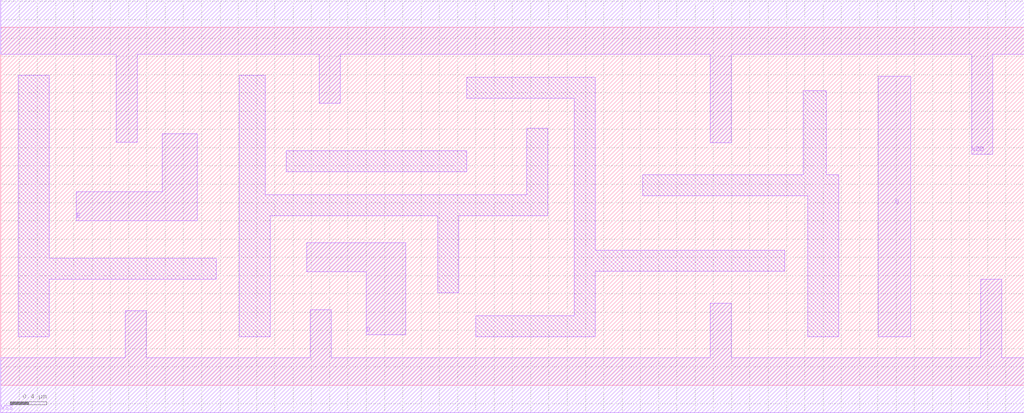
<source format=lef>
# Copyright 2022 GlobalFoundries PDK Authors
#
# Licensed under the Apache License, Version 2.0 (the "License");
# you may not use this file except in compliance with the License.
# You may obtain a copy of the License at
#
#      http://www.apache.org/licenses/LICENSE-2.0
#
# Unless required by applicable law or agreed to in writing, software
# distributed under the License is distributed on an "AS IS" BASIS,
# WITHOUT WARRANTIES OR CONDITIONS OF ANY KIND, either express or implied.
# See the License for the specific language governing permissions and
# limitations under the License.

MACRO gf180mcu_fd_sc_mcu7t5v0__latq_1
  CLASS core ;
  FOREIGN gf180mcu_fd_sc_mcu7t5v0__latq_1 0.0 0.0 ;
  ORIGIN 0 0 ;
  SYMMETRY X Y ;
  SITE GF018hv5v_mcu_sc7 ;
  SIZE 11.2 BY 3.92 ;
  PIN D
    DIRECTION INPUT ;
    ANTENNAGATEAREA 0.552 ;
    PORT
      LAYER Metal1 ;
        POLYGON 3.35 1.24 4 1.24 4 0.55 4.43 0.55 4.43 1.56 3.35 1.56  ;
    END
  END D
  PIN E
    DIRECTION INPUT ;
    USE clock ;
    ANTENNAGATEAREA 0.736 ;
    PORT
      LAYER Metal1 ;
        POLYGON 0.825 1.8 2.15 1.8 2.15 2.75 1.77 2.75 1.77 2.12 0.825 2.12  ;
    END
  END E
  PIN Q
    DIRECTION OUTPUT ;
    ANTENNADIFFAREA 0.8976 ;
    PORT
      LAYER Metal1 ;
        POLYGON 9.605 0.53 9.96 0.53 9.96 3.38 9.605 3.38  ;
    END
  END Q
  PIN VDD
    DIRECTION INOUT ;
    USE power ;
    SHAPE ABUTMENT ;
    PORT
      LAYER Metal1 ;
        POLYGON 0 3.62 1.265 3.62 1.265 2.66 1.495 2.66 1.495 3.62 2.36 3.62 3.485 3.62 3.485 3.085 3.715 3.085 3.715 3.62 5.1 3.62 7.765 3.62 7.765 2.655 7.995 2.655 7.995 3.62 9.17 3.62 10.625 3.62 10.625 2.53 10.855 2.53 10.855 3.62 11.2 3.62 11.2 4.22 9.17 4.22 5.1 4.22 2.36 4.22 0 4.22  ;
    END
  END VDD
  PIN VSS
    DIRECTION INOUT ;
    USE ground ;
    SHAPE ABUTMENT ;
    PORT
      LAYER Metal1 ;
        POLYGON 0 -0.3 11.2 -0.3 11.2 0.3 10.955 0.3 10.955 1.16 10.725 1.16 10.725 0.3 7.995 0.3 7.995 0.895 7.765 0.895 7.765 0.3 3.615 0.3 3.615 0.825 3.385 0.825 3.385 0.3 1.595 0.3 1.595 0.815 1.365 0.815 1.365 0.3 0 0.3  ;
    END
  END VSS
  OBS
      LAYER Metal1 ;
        POLYGON 0.19 0.53 0.53 0.53 0.53 1.16 2.36 1.16 2.36 1.39 0.53 1.39 0.53 3.39 0.19 3.39  ;
        POLYGON 3.125 2.335 5.1 2.335 5.1 2.565 3.125 2.565  ;
        POLYGON 2.61 0.53 2.95 0.53 2.95 1.855 4.785 1.855 4.785 1.01 5.015 1.01 5.015 1.855 5.985 1.855 5.985 2.81 5.755 2.81 5.755 2.085 2.895 2.085 2.895 3.39 2.61 3.39  ;
        POLYGON 5.1 3.14 6.275 3.14 6.275 0.76 5.2 0.76 5.2 0.53 6.505 0.53 6.505 1.245 8.58 1.245 8.58 1.475 6.505 1.475 6.505 3.37 5.1 3.37  ;
        POLYGON 7.025 2.075 8.83 2.075 8.83 0.53 9.17 0.53 9.17 2.305 9.035 2.305 9.035 3.225 8.785 3.225 8.785 2.305 7.025 2.305  ;
  END
END gf180mcu_fd_sc_mcu7t5v0__latq_1

</source>
